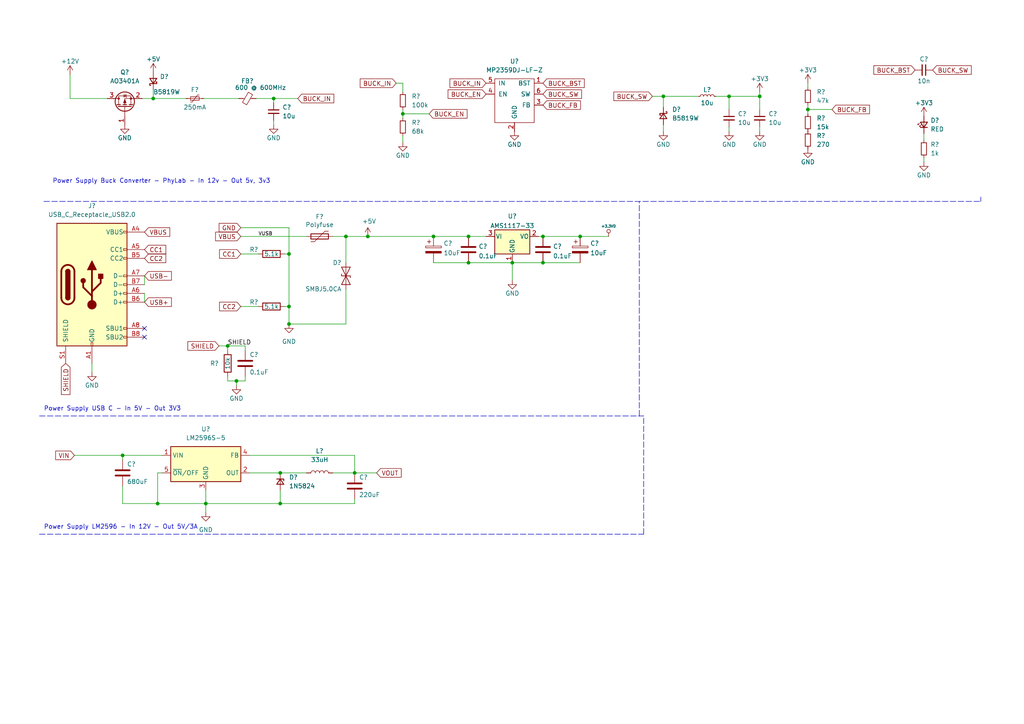
<source format=kicad_sch>
(kicad_sch (version 20211123) (generator eeschema)
  (paper "A4")
  (junction (at -118.745 144.145))
  (junction (at -81.28 175.26))
  (junction (at 83.82 93.98))
  (junction (at 81.28 146.05))
  (junction (at -137.16 137.795))
  (junction (at 102.87 137.16))
  (junction (at -83.82 193.04))
  (junction (at -135.89 177.8))
  (junction (at -259.715 22.225))
  (junction (at 157.48 68.58))
  (junction (at -139.7 106.045))
  (junction (at -99.695 144.145))
  (junction (at -139.7 100.965))
  (junction (at -259.715 27.94))
  (junction (at 157.48 76.2))
  (junction (at 83.82 73.66))
  (junction (at -63.5 190.5))
  (junction (at 148.59 76.2))
  (junction (at 135.89 76.2))
  (junction (at 100.33 68.58))
  (junction (at -99.695 137.795))
  (junction (at -73.66 175.26))
  (junction (at 44.45 28.575))
  (junction (at -128.27 144.145))
  (junction (at 234.315 31.75))
  (junction (at -109.22 144.145))
  (junction (at -253.365 18.415))
  (junction (at 59.69 146.05))
  (junction (at 192.405 27.94))
  (junction (at -109.22 137.795))
  (junction (at -118.745 137.795))
  (junction (at 168.275 68.58))
  (junction (at 35.56 132.08))
  (junction (at 135.89 68.58))
  (junction (at 116.84 33.02))
  (junction (at 66.04 100.33))
  (junction (at -137.16 144.145))
  (junction (at -77.47 193.04))
  (junction (at 211.455 27.94))
  (junction (at 45.72 146.05))
  (junction (at 83.82 88.9))
  (junction (at 125.73 68.58))
  (junction (at -97.79 177.8))
  (junction (at -128.27 137.795))
  (junction (at 220.345 27.94))
  (junction (at 79.375 28.575))
  (junction (at 106.68 68.58))
  (junction (at -266.065 18.415))
  (junction (at 68.58 110.49))
  (junction (at 81.28 137.16))
  (no_connect (at -125.095 103.505))
  (no_connect (at -89.535 109.22))
  (no_connect (at -246.38 123.19))
  (no_connect (at -137.795 103.505))
  (no_connect (at -246.38 125.73))
  (no_connect (at 41.91 97.79))
  (no_connect (at 41.91 95.25))
  (no_connect (at -207.01 106.68))
  (no_connect (at -99.695 114.3))
  (wire (pts (xy -137.16 144.78) (xy -137.16 144.145)))
  (wire (pts (xy -135.89 166.37) (xy -135.89 168.91)))
  (wire (pts (xy -137.16 137.795) (xy -128.27 137.795)))
  (wire (pts (xy 220.345 27.94) (xy 211.455 27.94)))
  (wire (pts (xy -118.745 144.145) (xy -109.22 144.145)))
  (wire (pts (xy -137.795 100.965) (xy -139.7 100.965)))
  (wire (pts (xy -128.27 137.795) (xy -118.745 137.795)))
  (wire (pts (xy 45.72 146.05) (xy 35.56 146.05)))
  (wire (pts (xy -81.28 177.8) (xy -81.28 175.26)))
  (wire (pts (xy -97.79 177.8) (xy -93.98 177.8)))
  (wire (pts (xy -137.16 144.145) (xy -137.16 143.51)))
  (polyline (pts (xy 186.69 154.94) (xy 186.69 120.65)))
  (wire (pts (xy -253.365 27.94) (xy -253.365 27.305)))
  (wire (pts (xy 83.82 73.66) (xy 83.82 88.9)))
  (wire (pts (xy -139.7 95.885) (xy -137.795 95.885)))
  (wire (pts (xy -119.38 176.53) (xy -119.38 180.34)))
  (wire (pts (xy 72.39 137.16) (xy 81.28 137.16)))
  (wire (pts (xy -137.16 137.795) (xy -137.16 138.43)))
  (wire (pts (xy -259.715 15.875) (xy -259.715 14.605)))
  (wire (pts (xy -259.715 27.94) (xy -266.065 27.94)))
  (wire (pts (xy 234.315 31.75) (xy 234.315 33.02)))
  (wire (pts (xy -137.16 137.16) (xy -137.16 137.795)))
  (wire (pts (xy 267.97 40.64) (xy 267.97 38.735)))
  (wire (pts (xy -255.905 14.605) (xy -255.905 22.225)))
  (wire (pts (xy -246.38 113.03) (xy -246.38 115.57)))
  (wire (pts (xy 156.21 68.58) (xy 157.48 68.58)))
  (wire (pts (xy 81.28 137.16) (xy 88.9 137.16)))
  (wire (pts (xy 116.84 33.02) (xy 116.84 31.75)))
  (wire (pts (xy 26.67 105.41) (xy 26.67 107.95)))
  (wire (pts (xy 148.59 76.2) (xy 157.48 76.2)))
  (wire (pts (xy -109.22 144.145) (xy -99.695 144.145)))
  (wire (pts (xy -257.175 18.415) (xy -253.365 18.415)))
  (wire (pts (xy 35.56 140.97) (xy 35.56 146.05)))
  (wire (pts (xy -109.22 137.795) (xy -99.695 137.795)))
  (wire (pts (xy -118.745 143.51) (xy -118.745 144.145)))
  (wire (pts (xy 86.36 28.575) (xy 79.375 28.575)))
  (wire (pts (xy 211.455 27.94) (xy 207.645 27.94)))
  (wire (pts (xy 135.89 76.2) (xy 148.59 76.2)))
  (wire (pts (xy 241.3 31.75) (xy 234.315 31.75)))
  (polyline (pts (xy 185.42 120.65) (xy 185.42 58.42)))
  (wire (pts (xy -266.065 22.225) (xy -266.065 18.415)))
  (wire (pts (xy 83.82 93.98) (xy 100.33 93.98)))
  (wire (pts (xy 59.69 146.05) (xy 59.69 148.59)))
  (wire (pts (xy 71.12 100.33) (xy 71.12 101.6)))
  (wire (pts (xy 211.455 31.75) (xy 211.455 27.94)))
  (wire (pts (xy 220.345 31.75) (xy 220.345 27.94)))
  (wire (pts (xy -139.7 93.98) (xy -139.7 95.885)))
  (wire (pts (xy 100.33 68.58) (xy 106.68 68.58)))
  (wire (pts (xy 79.375 29.845) (xy 79.375 28.575)))
  (wire (pts (xy -120.65 191.77) (xy -119.38 191.77)))
  (wire (pts (xy 68.58 110.49) (xy 68.58 111.76)))
  (wire (pts (xy 202.565 27.94) (xy 192.405 27.94)))
  (wire (pts (xy -89.535 99.06) (xy -86.995 99.06)))
  (wire (pts (xy -90.17 137.795) (xy -90.17 138.43)))
  (wire (pts (xy -118.745 137.795) (xy -109.22 137.795)))
  (wire (pts (xy -77.47 193.04) (xy -76.2 193.04)))
  (wire (pts (xy -259.715 27.94) (xy -253.365 27.94)))
  (wire (pts (xy -118.745 138.43) (xy -118.745 137.795)))
  (wire (pts (xy -99.695 137.795) (xy -90.17 137.795)))
  (wire (pts (xy -99.695 143.51) (xy -99.695 144.145)))
  (wire (pts (xy -73.66 175.26) (xy -73.66 173.99)))
  (wire (pts (xy 72.39 132.08) (xy 102.87 132.08)))
  (wire (pts (xy -137.16 144.145) (xy -128.27 144.145)))
  (wire (pts (xy 234.315 31.75) (xy 234.315 30.48)))
  (wire (pts (xy 41.91 80.01) (xy 41.91 82.55)))
  (polyline (pts (xy 284.48 57.15) (xy 284.48 58.42)))
  (wire (pts (xy 220.345 38.1) (xy 220.345 36.83)))
  (wire (pts (xy -139.7 100.965) (xy -139.7 106.045)))
  (wire (pts (xy -266.065 18.415) (xy -262.255 18.415)))
  (wire (pts (xy 59.055 28.575) (xy 69.215 28.575)))
  (wire (pts (xy 168.275 68.58) (xy 176.53 68.58)))
  (wire (pts (xy 148.59 76.2) (xy 148.59 81.28)))
  (wire (pts (xy 63.5 100.33) (xy 66.04 100.33)))
  (wire (pts (xy -266.065 3.81) (xy -250.19 3.81)))
  (wire (pts (xy 79.375 36.195) (xy 79.375 34.925)))
  (wire (pts (xy 66.04 110.49) (xy 68.58 110.49)))
  (wire (pts (xy -83.82 175.26) (xy -81.28 175.26)))
  (wire (pts (xy -266.065 3.81) (xy -266.065 18.415)))
  (wire (pts (xy -83.82 193.04) (xy -77.47 193.04)))
  (wire (pts (xy -128.27 144.145) (xy -118.745 144.145)))
  (wire (pts (xy 69.85 68.58) (xy 88.9 68.58)))
  (wire (pts (xy -261.62 133.35) (xy -261.62 135.89)))
  (wire (pts (xy -119.38 191.77) (xy -119.38 187.96)))
  (wire (pts (xy 157.48 76.2) (xy 168.275 76.2)))
  (wire (pts (xy -77.47 190.5) (xy -77.47 193.04)))
  (polyline (pts (xy 186.69 120.65) (xy 185.42 120.65)))
  (wire (pts (xy 100.33 83.82) (xy 100.33 93.98)))
  (wire (pts (xy 220.345 26.67) (xy 220.345 27.94)))
  (wire (pts (xy -93.98 175.26) (xy -97.79 175.26)))
  (wire (pts (xy 45.72 137.16) (xy 45.72 146.05)))
  (wire (pts (xy 69.85 66.04) (xy 83.82 66.04)))
  (wire (pts (xy 114.935 24.13) (xy 116.84 24.13)))
  (wire (pts (xy 83.82 66.04) (xy 83.82 73.66)))
  (wire (pts (xy 79.375 28.575) (xy 74.295 28.575)))
  (wire (pts (xy 116.84 24.13) (xy 116.84 26.67)))
  (wire (pts (xy 192.405 31.115) (xy 192.405 27.94)))
  (wire (pts (xy 41.91 85.09) (xy 41.91 87.63)))
  (wire (pts (xy 35.56 132.08) (xy 46.99 132.08)))
  (wire (pts (xy 192.405 27.94) (xy 189.23 27.94)))
  (wire (pts (xy -138.43 177.8) (xy -135.89 177.8)))
  (wire (pts (xy -259.715 14.605) (xy -255.905 14.605)))
  (wire (pts (xy 71.12 110.49) (xy 71.12 109.22)))
  (wire (pts (xy -266.065 27.94) (xy -266.065 27.305)))
  (wire (pts (xy 82.55 73.66) (xy 83.82 73.66)))
  (wire (pts (xy -109.22 138.43) (xy -109.22 137.795)))
  (wire (pts (xy 68.58 110.49) (xy 71.12 110.49)))
  (wire (pts (xy 74.93 73.66) (xy 69.85 73.66)))
  (wire (pts (xy -73.66 163.83) (xy -73.66 166.37)))
  (wire (pts (xy -259.715 22.225) (xy -259.715 27.94)))
  (wire (pts (xy -76.2 190.5) (xy -77.47 190.5)))
  (wire (pts (xy -83.82 200.66) (xy -83.82 203.2)))
  (wire (pts (xy -87.63 193.04) (xy -83.82 193.04)))
  (wire (pts (xy 211.455 38.1) (xy 211.455 36.83)))
  (wire (pts (xy 83.82 88.9) (xy 83.82 93.98)))
  (wire (pts (xy 66.04 109.22) (xy 66.04 110.49)))
  (wire (pts (xy -253.365 13.97) (xy -253.365 18.415)))
  (wire (pts (xy 20.32 21.59) (xy 20.32 28.575)))
  (wire (pts (xy 66.04 101.6) (xy 66.04 100.33)))
  (wire (pts (xy -66.04 193.04) (xy -63.5 193.04)))
  (wire (pts (xy 31.115 28.575) (xy 20.32 28.575)))
  (wire (pts (xy -128.27 143.51) (xy -128.27 144.145)))
  (wire (pts (xy 106.68 68.58) (xy 125.73 68.58)))
  (wire (pts (xy 69.85 88.9) (xy 74.93 88.9)))
  (wire (pts (xy -246.38 107.95) (xy -246.38 110.49)))
  (wire (pts (xy -139.7 98.425) (xy -139.7 100.965)))
  (wire (pts (xy 59.69 146.05) (xy 81.28 146.05)))
  (wire (pts (xy 35.56 132.08) (xy 35.56 133.35)))
  (wire (pts (xy -66.04 190.5) (xy -63.5 190.5)))
  (wire (pts (xy -109.22 143.51) (xy -109.22 144.145)))
  (wire (pts (xy -250.19 6.985) (xy -253.365 6.985)))
  (wire (pts (xy -137.795 106.045) (xy -139.7 106.045)))
  (polyline (pts (xy 12.7 58.42) (xy 284.48 58.42)))
  (wire (pts (xy 41.275 28.575) (xy 44.45 28.575)))
  (wire (pts (xy -255.905 22.225) (xy -259.715 22.225)))
  (wire (pts (xy 102.87 132.08) (xy 102.87 137.16)))
  (wire (pts (xy 21.59 132.08) (xy 35.56 132.08)))
  (wire (pts (xy -253.365 6.985) (xy -253.365 8.89)))
  (wire (pts (xy -86.995 99.06) (xy -86.995 97.155)))
  (wire (pts (xy -135.89 186.69) (xy -135.89 190.5)))
  (wire (pts (xy 116.84 41.275) (xy 116.84 39.37)))
  (wire (pts (xy 66.04 100.33) (xy 71.12 100.33)))
  (wire (pts (xy -139.7 106.045) (xy -139.7 107.95)))
  (wire (pts (xy 96.52 68.58) (xy 100.33 68.58)))
  (wire (pts (xy -137.795 98.425) (xy -139.7 98.425)))
  (wire (pts (xy 102.87 146.05) (xy 102.87 144.78)))
  (wire (pts (xy 135.89 68.58) (xy 140.97 68.58)))
  (wire (pts (xy 96.52 137.16) (xy 102.87 137.16)))
  (wire (pts (xy 234.315 25.4) (xy 234.315 24.13)))
  (wire (pts (xy -83.82 177.8) (xy -81.28 177.8)))
  (wire (pts (xy -128.27 138.43) (xy -128.27 137.795)))
  (wire (pts (xy 124.46 33.02) (xy 116.84 33.02)))
  (wire (pts (xy 59.69 142.24) (xy 59.69 146.05)))
  (wire (pts (xy 125.73 68.58) (xy 135.89 68.58)))
  (wire (pts (xy -99.695 144.145) (xy -90.17 144.145)))
  (wire (pts (xy 46.99 137.16) (xy 45.72 137.16)))
  (wire (pts (xy 109.22 137.16) (xy 102.87 137.16)))
  (wire (pts (xy -63.5 193.04) (xy -63.5 190.5)))
  (wire (pts (xy 125.73 76.2) (xy 135.89 76.2)))
  (wire (pts (xy -97.79 179.07) (xy -97.79 177.8)))
  (wire (pts (xy 59.69 146.05) (xy 45.72 146.05)))
  (wire (pts (xy -135.89 176.53) (xy -135.89 177.8)))
  (wire (pts (xy 116.84 34.29) (xy 116.84 33.02)))
  (wire (pts (xy -259.715 20.955) (xy -259.715 22.225)))
  (wire (pts (xy 192.405 38.1) (xy 192.405 36.195)))
  (wire (pts (xy -253.365 22.225) (xy -253.365 18.415)))
  (wire (pts (xy 81.28 146.05) (xy 102.87 146.05)))
  (wire (pts (xy -63.5 190.5) (xy -63.5 189.23)))
  (wire (pts (xy 53.975 28.575) (xy 44.45 28.575)))
  (wire (pts (xy -99.695 138.43) (xy -99.695 137.795)))
  (wire (pts (xy -90.17 144.145) (xy -90.17 143.51)))
  (wire (pts (xy 100.33 76.2) (xy 100.33 68.58)))
  (polyline (pts (xy 11.43 120.65) (xy 185.42 120.65)))
  (wire (pts (xy 81.28 142.24) (xy 81.28 146.05)))
  (wire (pts (xy -73.66 175.26) (xy -69.85 175.26)))
  (wire (pts (xy 82.55 88.9) (xy 83.82 88.9)))
  (wire (pts (xy -119.38 166.37) (xy -119.38 168.91)))
  (polyline (pts (xy 11.43 154.94) (xy 186.69 154.94)))
  (wire (pts (xy -259.715 28.575) (xy -259.715 27.94)))
  (wire (pts (xy -81.28 175.26) (xy -73.66 175.26)))
  (wire (pts (xy -135.89 177.8) (xy -135.89 179.07)))
  (wire (pts (xy 157.48 68.58) (xy 168.275 68.58)))
  (wire (pts (xy 267.97 46.99) (xy 267.97 45.72)))
  (wire (pts (xy -97.79 175.26) (xy -97.79 177.8)))
  (wire (pts (xy 44.45 26.035) (xy 44.45 28.575)))
  (text "Power Supply Buck Converter - PhyLab - In 12v - Out 5v, 3v3\n" (at 15.24 53.34 0) (effects (font (size 1.27 1.27)) (justify left bottom)))
  (text "Power Supply LM2596 - In 12V - Out 5V/3A" (at 12.7 153.67 0) (effects (font (size 1.27 1.27)) (justify left bottom)))
  (text "Power Supply USB C - In 5V - Out 3V3\n" (at 12.7 119.38 0) (effects (font (size 1.27 1.27)) (justify left bottom)))
  (text "Cload = 2 * (CL - Cstray)" (at -271.78 36.83 0) (effects (font (size 1.27 1.27)) (justify left bottom)))
  (label "VUSB" (at 74.93 68.58 0) (effects (font (size 1.016 1.016))))
  (label "SHIELD" (at 66.04 100.33 0))
  (global_label "SWCLK" (shape input) (at -125.095 98.425 0) (property "Intersheet References" "${INTERSHEET_REFS}" (effects hide)))
  (global_label "USB+" (shape input) (at -207.01 101.6 0) (property "Intersheet References" "${INTERSHEET_REFS}" (effects hide)))
  (global_label "BUCK_BST" (shape input) (at 265.43 20.32 180) (property "Intersheet References" "${INTERSHEET_REFS}" (effects hide)))
  (global_label "BUCK_BST" (shape input) (at 157.48 24.13 0) (property "Intersheet References" "${INTERSHEET_REFS}" (effects hide)))
  (global_label "NRST" (shape input) (at -125.095 106.045 0) (property "Intersheet References" "${INTERSHEET_REFS}" (effects hide)))
  (global_label "USB_CONN_D+" (shape input) (at -89.535 104.14 0) (property "Intersheet References" "${INTERSHEET_REFS}" (effects hide)))
  (global_label "OUT" (shape input) (at -69.85 175.26 0) (property "Intersheet References" "${INTERSHEET_REFS}" (effects hide)))
  (global_label "CC2" (shape input) (at 41.91 74.93 0) (property "Intersheet References" "${INTERSHEET_REFS}" (effects hide)))
  (global_label "USB-" (shape input) (at -246.38 107.95 0) (property "Intersheet References" "${INTERSHEET_REFS}" (effects hide)))
  (global_label "SHIELD" (shape input) (at -217.17 111.76 270) (property "Intersheet References" "${INTERSHEET_REFS}" (effects hide)))
  (global_label "SHIELD" (shape input) (at 19.05 105.41 270) (property "Intersheet References" "${INTERSHEET_REFS}" (effects hide)))
  (global_label "HSE_IN" (shape input) (at -250.19 3.81 0) (property "Intersheet References" "${INTERSHEET_REFS}" (effects hide)))
  (global_label "CC2" (shape input) (at 69.85 88.9 180) (property "Intersheet References" "${INTERSHEET_REFS}" (effects hide)))
  (global_label "BUCK_SW" (shape input) (at 189.23 27.94 180) (property "Intersheet References" "${INTERSHEET_REFS}" (effects hide)))
  (global_label "BUCK_IN" (shape input) (at 86.36 28.575 0) (property "Intersheet References" "${INTERSHEET_REFS}" (effects hide)))
  (global_label "SWO" (shape input) (at -125.095 100.965 0) (property "Intersheet References" "${INTERSHEET_REFS}" (effects hide)))
  (global_label "SHIELD" (shape input) (at -187.96 111.76 270) (property "Intersheet References" "${INTERSHEET_REFS}" (effects hide)))
  (global_label "VOUT" (shape input) (at 109.22 137.16 0) (property "Intersheet References" "${INTERSHEET_REFS}" (effects hide)))
  (global_label "CC1" (shape input) (at 41.91 72.39 0) (property "Intersheet References" "${INTERSHEET_REFS}" (effects hide)))
  (global_label "BUCK_FB" (shape input) (at 241.3 31.75 0) (property "Intersheet References" "${INTERSHEET_REFS}" (effects hide)))
  (global_label "VBUS" (shape input) (at -207.01 96.52 0) (property "Intersheet References" "${INTERSHEET_REFS}" (effects hide)))
  (global_label "BUCK_EN" (shape input) (at 140.97 27.305 180) (property "Intersheet References" "${INTERSHEET_REFS}" (effects hide)))
  (global_label "BUCK_FB" (shape input) (at 157.48 30.48 0) (property "Intersheet References" "${INTERSHEET_REFS}" (effects hide)))
  (global_label "CC1" (shape input) (at 69.85 73.66 180) (property "Intersheet References" "${INTERSHEET_REFS}" (effects hide)))
  (global_label "BUCK_IN" (shape input) (at 114.935 24.13 180) (property "Intersheet References" "${INTERSHEET_REFS}" (effects hide)))
  (global_label "SWDIO" (shape input) (at -125.095 95.885 0) (property "Intersheet References" "${INTERSHEET_REFS}" (effects hide)))
  (global_label "USB-" (shape input) (at -207.01 104.14 0) (property "Intersheet References" "${INTERSHEET_REFS}" (effects hide)))
  (global_label "VBUS" (shape input) (at 41.91 67.31 0) (property "Intersheet References" "${INTERSHEET_REFS}" (effects hide)))
  (global_label "USB_D-" (shape input) (at -44.45 102.87 180) (property "Intersheet References" "${INTERSHEET_REFS}" (effects hide)))
  (global_label "USB_CONN_D+" (shape input) (at -24.13 107.95 0) (property "Intersheet References" "${INTERSHEET_REFS}" (effects hide)))
  (global_label "BUCK_SW" (shape input) (at 270.51 20.32 0) (property "Intersheet References" "${INTERSHEET_REFS}" (effects hide)))
  (global_label "USB+" (shape input) (at -246.38 115.57 0) (property "Intersheet References" "${INTERSHEET_REFS}" (effects hide)))
  (global_label "BUCK_EN" (shape input) (at 124.46 33.02 0) (property "Intersheet References" "${INTERSHEET_REFS}" (effects hide)))
  (global_label "HSE_OUT" (shape input) (at -250.19 6.985 0) (property "Intersheet References" "${INTERSHEET_REFS}" (effects hide)))
  (global_label "GND" (shape input) (at 69.85 66.04 180) (property "Intersheet References" "${INTERSHEET_REFS}" (effects hide)))
  (global_label "CC2" (shape input) (at -246.38 102.87 0) (property "Intersheet References" "${INTERSHEET_REFS}" (effects hide)))
  (global_label "USB_CONN_D-" (shape input) (at -44.45 107.95 180) (property "Intersheet References" "${INTERSHEET_REFS}" (effects hide)))
  (global_label "USB+" (shape input) (at -177.8 101.6 0) (property "Intersheet References" "${INTERSHEET_REFS}" (effects hide)))
  (global_label "BUCK_IN" (shape input) (at 140.97 24.13 180) (property "Intersheet References" "${INTERSHEET_REFS}" (effects hide)))
  (global_label "SHIELD" (shape input) (at 63.5 100.33 180) (property "Intersheet References" "${INTERSHEET_REFS}" (effects hide)))
  (global_label "VBUS" (shape input) (at -177.8 96.52 0) (property "Intersheet References" "${INTERSHEET_REFS}" (effects hide)))
  (global_label "USB-" (shape input) (at -177.8 104.14 0) (property "Intersheet References" "${INTERSHEET_REFS}" (effects hide)))
  (global_label "VIN" (shape input) (at 21.59 132.08 180) (property "Intersheet References" "${INTERSHEET_REFS}" (effects hide)))
  (global_label "OUT" (shape input) (at -87.63 193.04 180) (property "Intersheet References" "${INTERSHEET_REFS}" (effects hide)))
  (global_label "USB-" (shape input) (at 41.91 80.01 0) (property "Intersheet References" "${INTERSHEET_REFS}" (effects hide)))
  (global_label "SHIELD" (shape input) (at -269.24 133.35 270) (property "Intersheet References" "${INTERSHEET_REFS}" (effects hide)))
  (global_label "USB_CONN_D-" (shape input) (at -89.535 106.68 0) (property "Intersheet References" "${INTERSHEET_REFS}" (effects hide)))
  (global_label "VBUS" (shape input) (at 69.85 68.58 180) (property "Intersheet References" "${INTERSHEET_REFS}" (effects hide)))
  (global_label "IN" (shape input) (at -120.65 191.77 180) (property "Intersheet References" "${INTERSHEET_REFS}" (effects hide)))
  (global_label "USB+" (shape input) (at 41.91 87.63 0) (property "Intersheet References" "${INTERSHEET_REFS}" (effects hide)))
  (global_label "BUCK_SW" (shape input) (at 157.48 27.305 0) (property "Intersheet References" "${INTERSHEET_REFS}" (effects hide)))
  (global_label "CC1" (shape input) (at -246.38 100.33 0) (property "Intersheet References" "${INTERSHEET_REFS}" (effects hide)))
  (global_label "VBUS" (shape input) (at -246.38 95.25 0) (property "Intersheet References" "${INTERSHEET_REFS}" (effects hide)))
  (global_label "USB_D+" (shape input) (at -24.13 102.87 0) (property "Intersheet References" "${INTERSHEET_REFS}" (effects hide)))
  (global_label "IN" (shape input) (at -138.43 177.8 180) (property "Intersheet References" "${INTERSHEET_REFS}" (effects hide)))
  (symbol (lib_id "Device:L_Small") (at 205.105 27.94 90) (unit 1)
    (property "Reference" "L?" (at 205.105 26.035 90))
    (property "Value" "10u" (at 205.105 29.845 90))
    (property "Footprint" "Inductor_SMD:L_Sunlord_MWSA0518_5.4x5.2mm" (effects hide))
    (property "LCSC Part #" "C139506" (effects hide))
  )
  (symbol (lib_id "power:GND") (at -34.29 115.57 0) (unit 1)
    (property "Reference" "#PWR?" (effects hide))
    (property "Value" "GND" (at -34.29 119.38 0))
  )
  (symbol (lib_id "Ambi:C") (at 157.48 72.39 0) (unit 1)
    (property "Reference" "C?" (at 160.401 71.4815 0) (effects (justify left)))
    (property "Value" "0.1uF" (at 160.401 74.2566 0) (effects (justify left)))
    (property "Footprint" "Capacitor_SMD:C_0805_2012Metric" (effects hide))
  )
  (symbol (lib_id "Regulator_Linear:TLV1117-33") (at 148.59 68.58 0) (unit 1)
    (property "Reference" "U?" (at 148.59 62.7085 0))
    (property "Value" "AMS1117-33" (at 148.59 65.4836 0))
    (property "Footprint" "Ambi:SOT223_AMS" (effects hide))
    (property "Datasheet" "http://www.ti.com/lit/ds/symlink/tlv1117.pdf" (effects hide))
  )
  (symbol (lib_id "-Flag:GND") (at 68.58 111.76 0) (unit 1)
    (property "Reference" "#PWR?" (effects hide))
    (property "Value" "GND" (at 68.58 115.57 0))
    (property "InternalPN" "0" (effects hide))
    (property "Substitutable" "Y" (effects hide))
  )
  (symbol (lib_id "power:GND") (at -83.82 203.2 0) (unit 1)
    (property "Reference" "#PWR?" (effects hide))
    (property "Value" "GND" (at -83.82 208.28 0))
  )
  (symbol (lib_id "Connector:Conn_01x10_Male") (at -242.57 181.61 0) (unit 1)
    (property "Reference" "J?" (at -241.935 166.37 0))
    (property "Value" "Conn_01x10_Male" (at -241.935 168.91 0))
  )
  (symbol (lib_id "Connector_Generic:Conn_02x10_Odd_Even") (at -218.44 182.88 0) (unit 1)
    (property "Reference" "J?" (at -217.17 166.37 0))
    (property "Value" "Conn_02x10_Odd_Even" (at -217.17 168.91 0))
  )
  (symbol (lib_id "Device:C_Small") (at 79.375 32.385 0) (unit 1)
    (property "Reference" "C?" (at 81.915 31.115 0) (effects (justify left)))
    (property "Value" "10u" (at 81.915 33.655 0) (effects (justify left)))
    (property "Footprint" "Capacitor_SMD:C_1206_3216Metric" (effects hide))
    (property "LCSC Part #" "C13585" (effects hide))
  )
  (symbol (lib_id "-Flag:GND") (at -261.62 135.89 0) (unit 1)
    (property "Reference" "#PWR?" (effects hide))
    (property "Value" "GND" (at -261.62 139.7 0))
    (property "InternalPN" "0" (effects hide))
    (property "Substitutable" "Y" (effects hide))
  )
  (symbol (lib_id "power:+3.3V") (at -139.7 93.98 0) (unit 1)
    (property "Reference" "#PWR?" (effects hide))
    (property "Value" "+3.3V" (at -139.7 90.17 0))
  )
  (symbol (lib_id "Device:C_Polarized") (at 168.275 72.39 0) (unit 1)
    (property "Reference" "C?" (at 171.196 70.5925 0) (effects (justify left)))
    (property "Value" "10uF" (at 171.196 73.3676 0) (effects (justify left)))
    (property "Footprint" "Capacitor_Tantalum_SMD:CP_EIA-3528-12_Kemet-T" (effects hide))
  )
  (symbol (lib_id "Device:C_Small") (at -109.22 140.97 0) (unit 1)
    (property "Reference" "C?" (at -106.68 139.7 0) (effects (justify left)))
    (property "Value" "100n" (at -106.68 142.24 0) (effects (justify left)))
    (property "Footprint" "Capacitor_SMD:C_0402_1005Metric" (effects hide))
    (property "LCSC Part #" "C1525" (effects hide))
  )
  (symbol (lib_id "power:GND") (at 36.195 36.195 0) (unit 1)
    (property "Reference" "#PWR?" (effects hide))
    (property "Value" "GND" (at 36.195 40.005 0))
  )
  (symbol (lib_id "Device:C_Small") (at -90.17 140.97 0) (unit 1)
    (property "Reference" "C?" (at -87.63 139.7 0) (effects (justify left)))
    (property "Value" "100n" (at -87.63 142.24 0) (effects (justify left)))
    (property "Footprint" "Capacitor_SMD:C_0402_1005Metric" (effects hide))
    (property "LCSC Part #" "C1525" (effects hide))
  )
  (symbol (lib_id "power:GND") (at -97.155 114.3 0) (unit 1)
    (property "Reference" "#PWR?" (effects hide))
    (property "Value" "GND" (at -97.155 118.11 0))
  )
  (symbol (lib_id "Device:R") (at -83.82 196.85 0) (unit 1)
    (property "Reference" "R?" (at -80.01 195.5799 0) (effects (justify left)))
    (property "Value" "R" (at -80.01 198.1199 0) (effects (justify left)))
  )
  (symbol (lib_id "Connector:Jack-DC") (at -266.7 175.26 0) (unit 1)
    (property "Reference" "J?" (at -266.7 166.37 0))
    (property "Value" "Jack-DC" (at -266.7 168.91 0))
  )
  (symbol (lib_id "Device:C_Small") (at -99.695 140.97 0) (unit 1)
    (property "Reference" "C?" (at -97.155 139.7 0) (effects (justify left)))
    (property "Value" "100n" (at -97.155 142.24 0) (effects (justify left)))
    (property "Footprint" "Capacitor_SMD:C_0402_1005Metric" (effects hide))
    (property "LCSC Part #" "C1525" (effects hide))
  )
  (symbol (lib_id "Device:R") (at -135.89 172.72 0) (unit 1)
    (property "Reference" "R?" (at -132.08 171.4499 0) (effects (justify left)))
    (property "Value" "R" (at -132.08 173.9899 0) (effects (justify left)))
  )
  (symbol (lib_id "power:+3V3") (at -135.89 166.37 0) (unit 1)
    (property "Reference" "#PWR?" (effects hide))
    (property "Value" "+3V3" (at -135.89 161.29 0))
  )
  (symbol (lib_id "power:GND") (at 234.315 43.18 0) (unit 1)
    (property "Reference" "#PWR?" (effects hide))
    (property "Value" "GND" (at 234.315 46.99 0))
  )
  (symbol (lib_id "-Passive:R") (at 78.74 73.66 270) (unit 1)
    (property "Reference" "R?" (at 73.66 72.39 90))
    (property "Value" "5.1k" (at 78.74 73.66 90))
    (property "Footprint" "Resistor_SMD:R_0805_2012Metric" (effects hide))
    (property "InternalPN" "312" (effects hide))
    (property "Substitutable" "Y" (effects hide))
  )
  (symbol (lib_id "power:GND") (at 192.405 38.1 0) (unit 1)
    (property "Reference" "#PWR?" (effects hide))
    (property "Value" "GND" (at 192.405 41.91 0))
  )
  (symbol (lib_id "power:GND") (at -259.715 28.575 0) (unit 1)
    (property "Reference" "#PWR?" (effects hide))
    (property "Value" "GND" (at -259.715 32.385 0))
  )
  (symbol (lib_id "power:+3V3") (at -73.66 163.83 0) (unit 1)
    (property "Reference" "#PWR?" (effects hide))
    (property "Value" "+3V3" (at -73.66 158.75 0))
  )
  (symbol (lib_id "power:+5V") (at -34.29 95.25 0) (unit 1)
    (property "Reference" "#PWR?" (effects hide))
    (property "Value" "+5V" (at -34.29 91.44 0))
  )
  (symbol (lib_id "Ambi:3.3VD") (at 176.53 68.58 0) (unit 1)
    (property "Reference" "#PWR?" (effects hide))
    (property "Value" "3.3VD" (at 176.53 65.6045 0) (effects (font (size 0.762 0.762))))
  )
  (symbol (lib_id "power:+3.3V") (at 220.345 26.67 0) (unit 1)
    (property "Reference" "#PWR?" (effects hide))
    (property "Value" "+3.3V" (at 220.345 22.86 0))
  )
  (symbol (lib_id "Device:R_Small") (at 234.315 35.56 0) (unit 1)
    (property "Reference" "R?" (at 236.855 34.29 0) (effects (justify left)))
    (property "Value" "15k" (at 236.855 36.83 0) (effects (justify left)))
    (property "Footprint" "Resistor_SMD:R_0603_1608Metric" (effects hide))
    (property "LCSC Part #" "C22809" (effects hide))
  )
  (symbol (lib_id "power:+12V") (at 20.32 21.59 0) (unit 1)
    (property "Reference" "#PWR?" (effects hide))
    (property "Value" "+12V" (at 20.32 17.78 0))
  )
  (symbol (lib_id "Connector:Screw_Terminal_01x03") (at -189.23 175.26 0) (unit 1)
    (property "Reference" "J?" (at -185.42 173.9899 0) (effects (justify left)))
    (property "Value" "Screw_Terminal_01x03" (at -185.42 176.5299 0) (effects (justify left)))
    (property "Footprint" "TerminalBlock_Phoenix:TerminalBlock_Phoenix_MKDS-1,5-8-5.08_1x08_P5.08mm_Horizontal" (effects hide))
  )
  (symbol (lib_id "power:+3.3V") (at -137.16 137.16 0) (unit 1)
    (property "Reference" "#PWR?" (effects hide))
    (property "Value" "+3.3V" (at -137.16 133.35 0))
  )
  (symbol (lib_id "-Passive:C") (at 102.87 140.97 180) (unit 1)
    (property "Reference" "C?" (at 104.14 138.43 0) (effects (justify right)))
    (property "Value" "220uF" (at 104.14 143.51 0) (effects (justify right)))
    (property "Footprint" "Capacitor_SMD:C_0805_2012Metric" (effects hide))
    (property "InternalPN" "264" (effects hide))
    (property "Substitutable" "Y" (effects hide))
  )
  (symbol (lib_id "Device:LED") (at -135.89 182.88 90) (unit 1)
    (property "Reference" "D?" (at -130.81 183.1974 90) (effects (justify right)))
    (property "Value" "LED" (at -130.81 185.7374 90) (effects (justify right)))
  )
  (symbol (lib_id "Device:Polyfuse_Small") (at 56.515 28.575 270) (unit 1)
    (property "Reference" "F?" (at 56.515 26.035 90))
    (property "Value" "250mA" (at 56.515 31.115 90))
    (property "Footprint" "Fuse:Fuse_1206_3216Metric" (effects hide))
    (property "LCSC Part #" "C369159" (effects hide))
  )
  (symbol (lib_id "Device:C_Small") (at -128.27 140.97 0) (unit 1)
    (property "Reference" "C?" (at -125.73 139.7 0) (effects (justify left)))
    (property "Value" "100n" (at -125.73 142.24 0) (effects (justify left)))
    (property "Footprint" "Capacitor_SMD:C_0402_1005Metric" (effects hide))
    (property "LCSC Part #" "C1525" (effects hide))
  )
  (symbol (lib_id "power:+3.3V") (at 234.315 24.13 0) (unit 1)
    (property "Reference" "#PWR?" (effects hide))
    (property "Value" "+3.3V" (at 234.315 20.32 0))
  )
  (symbol (lib_id "Device:Crystal_GND24_Small") (at -259.715 18.415 0) (unit 1)
    (property "Reference" "Y?" (at -260.985 10.16 0) (effects (justify left)))
    (property "Value" "16MHz" (at -262.89 12.7 0) (effects (justify left)))
    (property "Footprint" "Crystal:Crystal_SMD_3225-4Pin_3.2x2.5mm" (effects hide))
    (property "LCSC Part #" "C13738" (effects hide))
  )
  (symbol (lib_id "Device:C_Small") (at 211.455 34.29 0) (unit 1)
    (property "Reference" "C?" (at 213.995 33.02 0) (effects (justify left)))
    (property "Value" "10u" (at 213.995 35.56 0) (effects (justify left)))
    (property "Footprint" "Capacitor_SMD:C_1206_3216Metric" (effects hide))
    (property "LCSC Part #" "C13585" (effects hide))
  )
  (symbol (lib_id "Connector_Generic:Conn_02x05_Odd_Even") (at -132.715 100.965 0) (unit 1)
    (property "Reference" "J?" (at -131.445 93.345 0))
    (property "Value" "SWD" (at -131.445 109.22 0))
    (property "Footprint" "Connector_PinHeader_1.27mm:PinHeader_2x05_P1.27mm_Vertical_SMD" (effects hide))
  )
  (symbol (lib_id "-Flag:GND") (at -185.42 111.76 0) (unit 1)
    (property "Reference" "#PWR?" (effects hide))
    (property "Value" "GND" (at -185.42 115.57 0))
    (property "InternalPN" "0" (effects hide))
    (property "Substitutable" "Y" (effects hide))
  )
  (symbol (lib_id "-Passive:C") (at 35.56 137.16 180) (unit 1)
    (property "Reference" "C?" (at 36.83 134.62 0) (effects (justify right)))
    (property "Value" "680uF" (at 36.83 139.7 0) (effects (justify right)))
    (property "Footprint" "Capacitor_SMD:C_0805_2012Metric" (effects hide))
    (property "InternalPN" "264" (effects hide))
    (property "Substitutable" "Y" (effects hide))
  )
  (symbol (lib_id "Transistor_FET:AO3401A") (at 36.195 31.115 90) (unit 1)
    (property "Reference" "Q?" (at 36.195 20.955 90))
    (property "Value" "AO3401A" (at 36.195 23.495 90))
    (property "Footprint" "Package_TO_SOT_SMD:SOT-23" (effects hide))
    (property "Datasheet" "http://www.aosmd.com/pdfs/datasheet/AO3401A.pdf" (effects hide))
    (property "LCSC Part #" "C15127" (effects hide))
  )
  (symbol (lib_id "Device:LED_Small") (at 267.97 36.195 90) (unit 1)
    (property "Reference" "D?" (at 269.875 34.925 90) (effects (justify right)))
    (property "Value" "RED" (at 269.875 37.465 90) (effects (justify right)))
    (property "Footprint" "LED_SMD:LED_0603_1608Metric" (effects hide))
    (property "LCSC Part #" "C2286" (effects hide))
  )
  (symbol (lib_id "Device:L") (at 92.71 137.16 90) (unit 1)
    (property "Reference" "L?" (at 92.71 130.81 90))
    (property "Value" "33uH" (at 92.71 133.35 90))
  )
  (symbol (lib_id "-Passive:R") (at 66.04 105.41 0) (unit 1)
    (property "Reference" "R?" (at 63.5 105.41 0) (effects (justify right)))
    (property "Value" "10k" (at 66.04 105.41 90))
    (property "Footprint" "Resistor_SMD:R_0805_2012Metric" (effects hide))
    (property "InternalPN" "285" (effects hide))
    (property "Substitutable" "Y" (effects hide))
  )
  (symbol (lib_id "Device:C_Small") (at 220.345 34.29 0) (unit 1)
    (property "Reference" "C?" (at 222.885 33.02 0) (effects (justify left)))
    (property "Value" "10u" (at 222.885 35.56 0) (effects (justify left)))
    (property "Footprint" "Capacitor_SMD:C_1206_3216Metric" (effects hide))
    (property "LCSC Part #" "C13585" (effects hide))
  )
  (symbol (lib_id "power:GND") (at -97.79 179.07 0) (unit 1)
    (property "Reference" "#PWR?" (effects hide))
    (property "Value" "GND" (at -93.98 180.34 0))
  )
  (symbol (lib_id "power:GND") (at 267.97 46.99 0) (unit 1)
    (property "Reference" "#PWR?" (effects hide))
    (property "Value" "GND" (at 267.97 50.8 0))
  )
  (symbol (lib_id "Connector:USB_B_Mini") (at -214.63 101.6 0) (unit 1)
    (property "Reference" "J?" (at -214.63 88.9 0))
    (property "Value" "USB_B_Mini" (at -214.63 91.44 0))
  )
  (symbol (lib_id "Ambi:C") (at 135.89 72.39 0) (unit 1)
    (property "Reference" "C?" (at 138.811 71.4815 0) (effects (justify left)))
    (property "Value" "0.1uF" (at 138.811 74.2566 0) (effects (justify left)))
    (property "Footprint" "Capacitor_SMD:C_0805_2012Metric" (effects hide))
  )
  (symbol (lib_id "power:+3V3") (at -63.5 189.23 0) (unit 1)
    (property "Reference" "#PWR?" (effects hide))
    (property "Value" "+3V3" (at -63.5 184.15 0))
  )
  (symbol (lib_id "Connector:Screw_Terminal_01x02") (at -264.16 189.23 180) (unit 1)
    (property "Reference" "J?" (at -264.16 180.34 0))
    (property "Value" "Screw_Terminal_01x02" (at -264.16 182.88 0))
  )
  (symbol (lib_id "STM32F4_REV2-rescue:USB_B_Micro-Connector") (at -97.155 104.14 0) (unit 1)
    (property "Reference" "J?" (at -97.155 91.44 0))
    (property "Value" "USB_B_Micro" (at -97.155 94.615 0))
    (property "Footprint" "SchmillipKiCADLibrary:USB_MICRO_B_101181930001LF" (effects hide))
  )
  (symbol (lib_id "-Discrete:Polyfuse") (at 92.71 68.58 270) (unit 1)
    (property "Reference" "F?" (at 92.71 62.865 90))
    (property "Value" "Polyfuse" (at 92.71 65.1764 90))
    (property "Footprint" "Discrete:Fuse_1206" (effects hide))
    (property "InternalPN" "20" (effects hide))
    (property "Substitutable" "Y" (effects hide))
  )
  (symbol (lib_id "power:GND") (at 220.345 38.1 0) (unit 1)
    (property "Reference" "#PWR?" (effects hide))
    (property "Value" "GND" (at 220.345 41.91 0))
  )
  (symbol (lib_id "Power_Protection:USBLC6-2SC6") (at -34.29 105.41 0) (unit 1)
    (property "Reference" "U?" (at -27.305 96.52 0))
    (property "Value" "USBLC6-2SC6" (at -26.035 114.3 0))
    (property "Footprint" "Package_TO_SOT_SMD:SOT-23-6" (effects hide))
    (property "Datasheet" "https://www.st.com/resource/en/datasheet/usblc6-2.pdf" (effects hide))
    (property "LCSC Part #" "C7519" (effects hide))
  )
  (symbol (lib_id "Device:D_Schottky_Small") (at 44.45 23.495 90) (unit 1)
    (property "Reference" "D?" (at 46.355 22.225 90) (effects (justify right)))
    (property "Value" "B5819W" (at 44.45 26.67 90) (effects (justify right)))
    (property "Footprint" "Diode_SMD:D_SOD-123" (effects hide))
    (property "LCSC Part #" "C8598" (effects hide))
  )
  (symbol (lib_id "Device:C_Small") (at 267.97 20.32 270) (unit 1)
    (property "Reference" "C?" (at 266.7 17.145 90) (effects (justify left)))
    (property "Value" "10n" (at 266.065 23.495 90) (effects (justify left)))
    (property "Footprint" "Capacitor_SMD:C_0603_1608Metric" (effects hide))
    (property "LCSC Part #" "C57112" (effects hide))
  )
  (symbol (lib_id "power:GND") (at -137.16 144.78 0) (unit 1)
    (property "Reference" "#PWR?" (effects hide))
    (property "Value" "GND" (at -137.16 148.59 0))
  )
  (symbol (lib_id "Connector:USB_C_Receptacle_USB2.0") (at -261.62 110.49 0) (unit 1)
    (property "Reference" "J?" (at -261.62 87.63 0))
    (property "Value" "USB_C_Receptacle_USB2.0" (at -261.62 90.17 0))
    (property "Datasheet" "https://www.usb.org/sites/default/files/documents/usb_type-c.zip" (effects hide))
  )
  (symbol (lib_id "Device:C_Small") (at -137.16 140.97 0) (unit 1)
    (property "Reference" "C?" (at -134.62 139.7 0) (effects (justify left)))
    (property "Value" "4u7" (at -134.62 142.24 0) (effects (justify left)))
    (property "Footprint" "Capacitor_SMD:C_0603_1608Metric" (effects hide))
    (property "LCSC Part #" "C19666" (effects hide))
  )
  (symbol (lib_id "Device:R") (at -119.38 172.72 0) (unit 1)
    (property "Reference" "R?" (at -115.57 171.4499 0) (effects (justify left)))
    (property "Value" "R" (at -115.57 173.9899 0) (effects (justify left)))
  )
  (symbol (lib_id "power:GND") (at -139.7 107.95 0) (unit 1)
    (property "Reference" "#PWR?" (effects hide))
    (property "Value" "GND" (at -139.7 111.76 0))
  )
  (symbol (lib_id "Regulator_Switching:LM2596S-5") (at 59.69 134.62 0) (unit 1)
    (property "Reference" "U?" (at 59.69 124.46 0))
    (property "Value" "LM2596S-5" (at 59.69 127 0))
    (property "Footprint" "Package_TO_SOT_SMD:TO-263-5_TabPin3" (effects hide))
    (property "Datasheet" "http://www.ti.com/lit/ds/symlink/lm2596.pdf" (effects hide))
  )
  (symbol (lib_id "Connector:USB_A") (at -185.42 101.6 0) (unit 1)
    (property "Reference" "J?" (at -185.42 88.9 0))
    (property "Value" "USB_A" (at -185.42 91.44 0))
    (property "Datasheet" " ~" (effects hide))
  )
  (symbol (lib_id "Device:C_Small") (at -253.365 24.765 0) (unit 1)
    (property "Reference" "C?" (at -250.825 22.86 0) (effects (justify left)))
    (property "Value" "12p" (at -250.825 25.4 0) (effects (justify left)))
    (property "Footprint" "Capacitor_SMD:C_0402_1005Metric" (effects hide))
    (property "LCSC Part #" "C1547" (effects hide))
  )
  (symbol (lib_id "power:+3.3V") (at 267.97 33.655 0) (unit 1)
    (property "Reference" "#PWR?" (effects hide))
    (property "Value" "+3.3V" (at 267.97 29.845 0))
  )
  (symbol (lib_id "power:+3V3") (at -119.38 166.37 0) (unit 1)
    (property "Reference" "#PWR?" (effects hide))
    (property "Value" "+3V3" (at -119.38 161.29 0))
  )
  (symbol (lib_id "power:+5V") (at 44.45 20.955 0) (unit 1)
    (property "Reference" "#PWR?" (effects hide))
    (property "Value" "+5V" (at 44.45 17.145 0))
  )
  (symbol (lib_id "Device:R_Small") (at 116.84 29.21 0) (unit 1)
    (property "Reference" "R?" (at 119.38 27.94 0) (effects (justify left)))
    (property "Value" "100k" (at 119.38 30.48 0) (effects (justify left)))
    (property "Footprint" "Resistor_SMD:R_0603_1608Metric" (effects hide))
    (property "LCSC Part #" "C25803" (effects hide))
  )
  (symbol (lib_id "STM32F4_REV2-rescue:Ferrite_Bead_Small-Device") (at 71.755 28.575 270) (unit 1)
    (property "Reference" "FB?" (at 71.755 23.495 90))
    (property "Value" "600 @ 600MHz" (at 75.565 25.4 90))
    (property "Footprint" "Inductor_SMD:L_0805_2012Metric" (effects hide))
    (property "LCSC Part #" "C1017" (effects hide))
  )
  (symbol (lib_id "-Flag:+5V") (at 106.68 68.58 0) (unit 1)
    (property "Reference" "#PWR?" (effects hide))
    (property "Value" "+5V" (at 107.061 64.1858 0))
    (property "InternalPN" "0" (effects hide))
    (property "Substitutable" "Y" (effects hide))
  )
  (symbol (lib_id "Device:R_Small") (at -253.365 11.43 0) (unit 1)
    (property "Reference" "R?" (at -251.46 10.16 0) (effects (justify left)))
    (property "Value" "47" (at -251.46 12.7 0) (effects (justify left)))
    (property "Footprint" "Resistor_SMD:R_0402_1005Metric" (effects hide))
    (property "LCSC Part #" "C25118" (effects hide))
  )
  (symbol (lib_id "-Passive:C") (at 71.12 105.41 180) (unit 1)
    (property "Reference" "C?" (at 72.39 102.87 0) (effects (justify right)))
    (property "Value" "0.1uF" (at 72.39 107.95 0) (effects (justify right)))
    (property "Footprint" "Capacitor_SMD:C_0805_2012Metric" (effects hide))
    (property "InternalPN" "264" (effects hide))
    (property "Substitutable" "Y" (effects hide))
  )
  (symbol (lib_id "STM32F4_REV2-rescue:MP2359DJ-LF-Z-SchmillipKiCADLibrary") (at 149.225 30.48 0) (unit 1)
    (property "Reference" "U?" (at 149.225 17.78 0))
    (property "Value" "MP2359DJ-LF-Z" (at 149.225 20.32 0))
    (property "Footprint" "Package_TO_SOT_SMD:SOT-23-6" (effects hide))
    (property "LCSC Part #" "C14259" (effects hide))
  )
  (symbol (lib_id "Switch:SW_MEC_5E") (at -88.9 177.8 0) (unit 1)
    (property "Reference" "SW?" (at -88.9 167.64 0))
    (property "Value" "SW_MEC_5E" (at -88.9 170.18 0))
    (property "Datasheet" "http://www.apem.com/int/index.php?controller=attachment&id_attachment=1371" (effects hide))
  )
  (symbol (lib_id "power:+5V") (at -86.995 97.155 0) (unit 1)
    (property "Reference" "#PWR?" (effects hide))
    (property "Value" "+5V" (at -86.995 93.345 0))
  )
  (symbol (lib_id "power:GND") (at 149.225 38.1 0) (unit 1)
    (property "Reference" "#PWR?" (effects hide))
    (property "Value" "GND" (at 149.225 41.91 0))
  )
  (symbol (lib_id "power:GND") (at 79.375 36.195 0) (unit 1)
    (property "Reference" "#PWR?" (effects hide))
    (property "Value" "GND" (at 79.375 40.005 0))
  )
  (symbol (lib_id "Device:R_Small") (at 234.315 40.64 0) (unit 1)
    (property "Reference" "R?" (at 236.855 39.37 0) (effects (justify left)))
    (property "Value" "270" (at 236.855 41.91 0) (effects (justify left)))
    (property "Footprint" "Resistor_SMD:R_0603_1608Metric" (effects hide))
    (property "LCSC Part #" "C22966" (effects hide))
  )
  (symbol (lib_id "-Flag:GND") (at -214.63 111.76 0) (unit 1)
    (property "Reference" "#PWR?" (effects hide))
    (property "Value" "GND" (at -214.63 115.57 0))
    (property "InternalPN" "0" (effects hide))
    (property "Substitutable" "Y" (effects hide))
  )
  (symbol (lib_id "power:GND") (at 59.69 148.59 0) (unit 1)
    (property "Reference" "#PWR?" (effects hide))
    (property "Value" "GND" (at 59.69 153.67 0))
  )
  (symbol (lib_id "Device:LED") (at -119.38 184.15 90) (unit 1)
    (property "Reference" "D?" (at -114.3 184.4674 90) (effects (justify right)))
    (property "Value" "LED" (at -114.3 187.0074 90) (effects (justify right)))
  )
  (symbol (lib_id "Device:R") (at -73.66 170.18 0) (unit 1)
    (property "Reference" "R?" (at -69.85 168.9099 0) (effects (justify left)))
    (property "Value" "R" (at -69.85 171.4499 0) (effects (justify left)))
  )
  (symbol (lib_id "Device:C_Small") (at -266.065 24.765 0) (unit 1)
    (property "Reference" "C?" (at -263.525 22.86 0) (effects (justify left)))
    (property "Value" "12p" (at -263.525 25.4 0) (effects (justify left)))
    (property "Footprint" "Capacitor_SMD:C_0402_1005Metric" (effects hide))
    (property "LCSC Part #" "C1547" (effects hide))
  )
  (symbol (lib_id "Device:R_Small") (at 234.315 27.94 0) (unit 1)
    (property "Reference" "R?" (at 236.855 26.67 0) (effects (justify left)))
    (property "Value" "47k" (at 236.855 29.21 0) (effects (justify left)))
    (property "Footprint" "Resistor_SMD:R_0603_1608Metric" (effects hide))
    (property "LCSC Part #" "C25819" (effects hide))
  )
  (symbol (lib_id "power:GND") (at 211.455 38.1 0) (unit 1)
    (property "Reference" "#PWR?" (effects hide))
    (property "Value" "GND" (at 211.455 41.91 0))
  )
  (symbol (lib_id "Device:C_Small") (at -118.745 140.97 0) (unit 1)
    (property "Reference" "C?" (at -116.205 139.7 0) (effects (justify left)))
    (property "Value" "100n" (at -116.205 142.24 0) (effects (justify left)))
    (property "Footprint" "Capacitor_SMD:C_0402_1005Metric" (effects hide))
    (property "LCSC Part #" "C1525" (effects hide))
  )
  (symbol (lib_id "Switch:SW_MEC_5E") (at -71.12 193.04 0) (unit 1)
    (property "Reference" "SW?" (at -71.12 184.15 0))
    (property "Value" "SW_MEC_5E" (at -71.12 186.69 0))
    (property "Datasheet" "http://www.apem.com/int/index.php?controller=attachment&id_attachment=1371" (effects hide))
  )
  (symbol (lib_id "Device:R_Small") (at 116.84 36.83 0) (unit 1)
    (property "Reference" "R?" (at 119.38 35.56 0) (effects (justify left)))
    (property "Value" "68k" (at 119.38 38.1 0) (effects (justify left)))
    (property "Footprint" "Resistor_SMD:R_0603_1608Metric" (effects hide))
    (property "LCSC Part #" "C23231" (effects hide))
  )
  (symbol (lib_id "Device:C_Polarized") (at 125.73 72.39 0) (unit 1)
    (property "Reference" "C?" (at 128.651 70.5925 0) (effects (justify left)))
    (property "Value" "10uF" (at 128.651 73.3676 0) (effects (justify left)))
    (property "Footprint" "Capacitor_Tantalum_SMD:CP_EIA-3528-12_Kemet-T" (effects hide))
  )
  (symbol (lib_id "-Passive:R") (at 78.74 88.9 270) (unit 1)
    (property "Reference" "R?" (at 73.66 87.63 90))
    (property "Value" "5.1k" (at 78.74 88.9 90))
    (property "Footprint" "Resistor_SMD:R_0805_2012Metric" (effects hide))
    (property "InternalPN" "312" (effects hide))
    (property "Substitutable" "Y" (effects hide))
  )
  (symbol (lib_id "power:GND") (at 116.84 41.275 0) (unit 1)
    (property "Reference" "#PWR?" (effects hide))
    (property "Value" "GND" (at 116.84 45.085 0))
  )
  (symbol (lib_id "power:GND") (at -135.89 190.5 0) (unit 1)
    (property "Reference" "#PWR?" (effects hide))
    (property "Value" "GND" (at -135.89 195.58 0))
  )
  (symbol (lib_id "-Flag:GND") (at 26.67 107.95 0) (unit 1)
    (property "Reference" "#PWR?" (effects hide))
    (property "Value" "GND" (at 26.67 111.76 0))
    (property "InternalPN" "0" (effects hide))
    (property "Substitutable" "Y" (effects hide))
  )
  (symbol (lib_id "Connector:USB_C_Receptacle_USB2.0") (at 26.67 82.55 0) (unit 1)
    (property "Reference" "J?" (at 26.67 59.69 0))
    (property "Value" "USB_C_Receptacle_USB2.0" (at 26.67 62.23 0))
    (property "Datasheet" "https://www.usb.org/sites/default/files/documents/usb_type-c.zip" (effects hide))
  )
  (symbol (lib_id "-Flag:GND") (at 148.59 81.28 0) (unit 1)
    (property "Reference" "#PWR?" (effects hide))
    (property "Value" "GND" (at 148.59 85.09 0))
    (property "InternalPN" "0" (effects hide))
    (property "Substitutable" "Y" (effects hide))
  )
  (symbol (lib_id "-Discrete:D_TVS") (at 100.33 80.01 270) (unit 1)
    (property "Reference" "D?" (at 99.06 76.2 90) (effects (justify right)))
    (property "Value" "SMBJ5.0CA" (at 99.06 83.82 90) (effects (justify right)))
    (property "Footprint" "Discrete:D_SMB" (effects hide))
    (property "InternalPN" "232" (effects hide))
    (property "Substitutable" "Y" (effects hide))
  )
  (symbol (lib_id "Device:D_Schottky_Small") (at 192.405 33.655 270) (unit 1)
    (property "Reference" "D?" (at 194.945 31.75 90) (effects (justify left)))
    (property "Value" "B5819W" (at 194.945 34.29 90) (effects (justify left)))
    (property "Footprint" "Diode_SMD:D_SOD-123" (effects hide))
    (property "LCSC Part #" "C8598" (effects hide))
  )
  (symbol (lib_id "Device:R_Small") (at 267.97 43.18 180) (unit 1)
    (property "Reference" "R?" (at 271.145 41.91 0))
    (property "Value" "1k" (at 271.145 44.45 0))
    (property "Footprint" "Resistor_SMD:R_0603_1608Metric" (effects hide))
    (property "LCSC Part #" "C21190" (effects hide))
  )
  (symbol (lib_id "Device:D_Zener_Small") (at 81.28 139.7 270) (unit 1)
    (property "Reference" "D?" (at 83.82 138.4299 90) (effects (justify left)))
    (property "Value" "1N5824" (at 83.82 140.9699 90) (effects (justify left)))
  )
  (symbol (lib_id "-Flag:GND") (at 83.82 93.98 0) (unit 1)
    (property "Reference" "#PWR?" (effects hide))
    (property "Value" "GND" (at 83.82 99.06 0))
    (property "InternalPN" "0" (effects hide))
    (property "Substitutable" "Y" (effects hide))
  )
  (sheet (at -146.05 156.21) (size 92.71 53.34) (stroke (width 0.1524))
    (property "Sheet name" "IO" (at -146.05 155.4984 0) (effects (justify left bottom)))
    (property "Sheet file" "IO.kicad_sch" (at -146.05 210.1346 0) (effects (justify left top)))
  )
  (sheet (at -276.86 165.1) (size 118.11 34.29) (stroke (width 0.1524))
    (property "Sheet name" "PowerIO" (at -276.86 164.3884 0) (effects (justify left bottom)))
    (property "Sheet file" "PowerIO.kicad_sch" (at -276.86 199.9746 0) (effects (justify left top)))
  )
  (sheet (at -148.59 86.36) (size 146.05 38.1) (stroke (width 0.1524))
    (property "Sheet name" "ST-Link" (at -148.59 85.6484 0) (effects (justify left bottom)))
    (property "Sheet file" "ST-Link.kicad_sch" (at -148.59 125.0446 0) (effects (justify left top)))
  )
  (sheet (at -146.05 130.81) (size 64.77 21.59) (stroke (width 0.1524))
    (property "Sheet name" "Decoupling" (at -146.05 130.0984 0) (effects (justify left bottom)))
    (property "Sheet file" "Decoupling.kicad_sch" (at -146.05 152.9846 0) (effects (justify left top)))
  )
  (sheet (at -280.67 -11.43) (size 71.12 63.5) (stroke (width 0.1524))
    (property "Sheet name" "Oscilator" (at -280.67 -12.1416 0) (effects (justify left bottom)))
    (property "Sheet file" "Oscilator.kicad_sch" (at -280.67 52.6546 0) (effects (justify left top)))
  )
  (sheet (at -276.86 85.09) (size 120.65 72.39) (stroke (width 0.1524))
    (property "Sheet name" "USB" (at -276.86 84.3784 0) (effects (justify left bottom)))
    (property "Sheet file" "USB.kicad_sch" (at -276.86 158.0646 0) (effects (justify left top)))
  )
)
</source>
